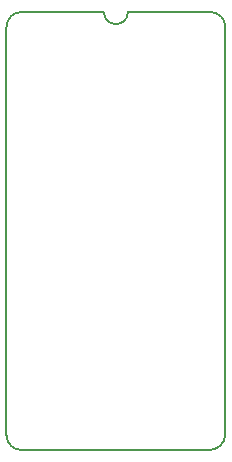
<source format=gm1>
G04 #@! TF.GenerationSoftware,KiCad,Pcbnew,5.0.1-33cea8e~68~ubuntu16.04.1*
G04 #@! TF.CreationDate,2018-11-17T04:31:05+03:00*
G04 #@! TF.ProjectId,ayx,6179782E6B696361645F706362000000,rev?*
G04 #@! TF.SameCoordinates,Original*
G04 #@! TF.FileFunction,Profile,NP*
%FSLAX46Y46*%
G04 Gerber Fmt 4.6, Leading zero omitted, Abs format (unit mm)*
G04 Created by KiCad (PCBNEW 5.0.1-33cea8e~68~ubuntu16.04.1) date Сб 17 ноя 2018 04:31:05*
%MOMM*%
%LPD*%
G01*
G04 APERTURE LIST*
%ADD10C,0.150000*%
G04 APERTURE END LIST*
D10*
X146939000Y-84328000D02*
G75*
G03X148971000Y-84328000I1016000J0D01*
G01*
X146939000Y-84328000D02*
X139954000Y-84328000D01*
X155829000Y-121417761D02*
G75*
G03X157226000Y-120142000I0J1402761D01*
G01*
X138684000Y-120142000D02*
G75*
G03X139954000Y-121412000I1270000J0D01*
G01*
X157226000Y-85598000D02*
G75*
G03X155956000Y-84328000I-1270000J0D01*
G01*
X139954000Y-84328000D02*
G75*
G03X138684000Y-85598000I0J-1270000D01*
G01*
X138684000Y-120142000D02*
X138684000Y-85598000D01*
X155829000Y-121412000D02*
X139954000Y-121412000D01*
X157226000Y-85598000D02*
X157226000Y-120142000D01*
X148971000Y-84328000D02*
X155956000Y-84328000D01*
M02*

</source>
